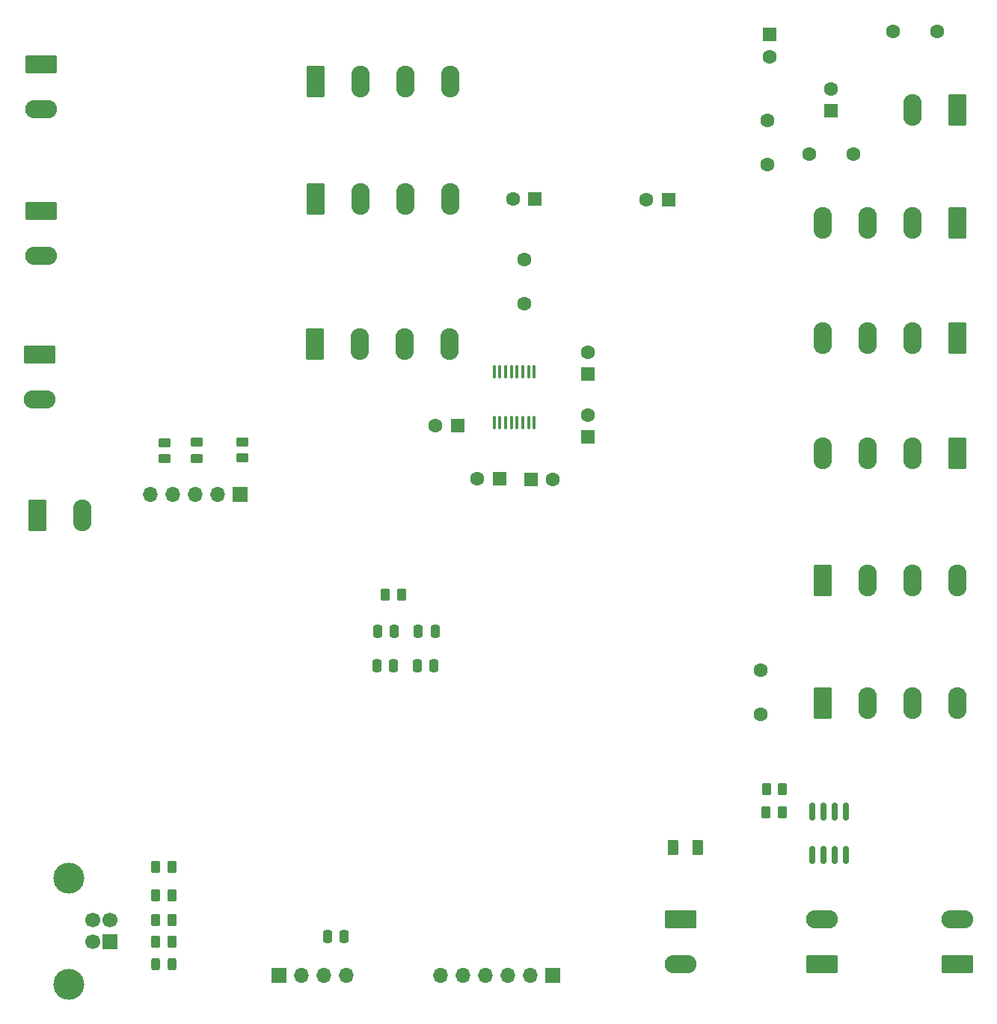
<source format=gbr>
%TF.GenerationSoftware,KiCad,Pcbnew,(6.0.8)*%
%TF.CreationDate,2022-10-21T20:54:02+03:00*%
%TF.ProjectId,commboard,636f6d6d-626f-4617-9264-2e6b69636164,rev?*%
%TF.SameCoordinates,Original*%
%TF.FileFunction,Soldermask,Bot*%
%TF.FilePolarity,Negative*%
%FSLAX46Y46*%
G04 Gerber Fmt 4.6, Leading zero omitted, Abs format (unit mm)*
G04 Created by KiCad (PCBNEW (6.0.8)) date 2022-10-21 20:54:02*
%MOMM*%
%LPD*%
G01*
G04 APERTURE LIST*
G04 Aperture macros list*
%AMRoundRect*
0 Rectangle with rounded corners*
0 $1 Rounding radius*
0 $2 $3 $4 $5 $6 $7 $8 $9 X,Y pos of 4 corners*
0 Add a 4 corners polygon primitive as box body*
4,1,4,$2,$3,$4,$5,$6,$7,$8,$9,$2,$3,0*
0 Add four circle primitives for the rounded corners*
1,1,$1+$1,$2,$3*
1,1,$1+$1,$4,$5*
1,1,$1+$1,$6,$7*
1,1,$1+$1,$8,$9*
0 Add four rect primitives between the rounded corners*
20,1,$1+$1,$2,$3,$4,$5,0*
20,1,$1+$1,$4,$5,$6,$7,0*
20,1,$1+$1,$6,$7,$8,$9,0*
20,1,$1+$1,$8,$9,$2,$3,0*%
G04 Aperture macros list end*
%ADD10RoundRect,0.249999X-1.550001X0.790001X-1.550001X-0.790001X1.550001X-0.790001X1.550001X0.790001X0*%
%ADD11O,3.600000X2.080000*%
%ADD12R,1.600000X1.600000*%
%ADD13C,1.600000*%
%ADD14RoundRect,0.249999X0.790001X1.550001X-0.790001X1.550001X-0.790001X-1.550001X0.790001X-1.550001X0*%
%ADD15O,2.080000X3.600000*%
%ADD16RoundRect,0.249999X1.550001X-0.790001X1.550001X0.790001X-1.550001X0.790001X-1.550001X-0.790001X0*%
%ADD17RoundRect,0.249999X-0.790001X-1.550001X0.790001X-1.550001X0.790001X1.550001X-0.790001X1.550001X0*%
%ADD18R,1.700000X1.700000*%
%ADD19O,1.700000X1.700000*%
%ADD20C,1.700000*%
%ADD21C,3.500000*%
%ADD22RoundRect,0.250000X-0.250000X-0.475000X0.250000X-0.475000X0.250000X0.475000X-0.250000X0.475000X0*%
%ADD23RoundRect,0.250000X-0.262500X-0.450000X0.262500X-0.450000X0.262500X0.450000X-0.262500X0.450000X0*%
%ADD24RoundRect,0.250000X-0.450000X0.262500X-0.450000X-0.262500X0.450000X-0.262500X0.450000X0.262500X0*%
%ADD25RoundRect,0.250000X0.450000X-0.262500X0.450000X0.262500X-0.450000X0.262500X-0.450000X-0.262500X0*%
%ADD26RoundRect,0.150000X-0.150000X0.825000X-0.150000X-0.825000X0.150000X-0.825000X0.150000X0.825000X0*%
%ADD27RoundRect,0.250000X0.262500X0.450000X-0.262500X0.450000X-0.262500X-0.450000X0.262500X-0.450000X0*%
%ADD28RoundRect,0.250000X0.250000X0.475000X-0.250000X0.475000X-0.250000X-0.475000X0.250000X-0.475000X0*%
%ADD29RoundRect,0.250000X-0.375000X-0.625000X0.375000X-0.625000X0.375000X0.625000X-0.375000X0.625000X0*%
%ADD30RoundRect,0.100000X0.100000X-0.637500X0.100000X0.637500X-0.100000X0.637500X-0.100000X-0.637500X0*%
%ADD31RoundRect,0.243750X-0.243750X-0.456250X0.243750X-0.456250X0.243750X0.456250X-0.243750X0.456250X0*%
G04 APERTURE END LIST*
D10*
%TO.C,J901*%
X49230000Y-51318750D03*
D11*
X49230000Y-56398750D03*
%TD*%
D12*
%TO.C,C504*%
X131700000Y-47994888D03*
D13*
X131700000Y-50494888D03*
%TD*%
D14*
%TO.C,J401*%
X152910000Y-69318750D03*
D15*
X147830000Y-69318750D03*
X142750000Y-69318750D03*
X137670000Y-69318750D03*
%TD*%
D16*
%TO.C,J108*%
X137600000Y-153240000D03*
D11*
X137600000Y-148160000D03*
%TD*%
D12*
%TO.C,C702*%
X111055000Y-93543750D03*
D13*
X111055000Y-91043750D03*
%TD*%
D12*
%TO.C,C113*%
X105090000Y-66557500D03*
D13*
X102590000Y-66557500D03*
%TD*%
%TO.C,C107*%
X130630000Y-119918750D03*
X130630000Y-124918750D03*
%TD*%
D14*
%TO.C,J201*%
X152930000Y-95418750D03*
D15*
X147850000Y-95418750D03*
X142770000Y-95418750D03*
X137690000Y-95418750D03*
%TD*%
D12*
%TO.C,C701*%
X104649887Y-98343750D03*
D13*
X107149887Y-98343750D03*
%TD*%
D17*
%TO.C,J101*%
X137710000Y-123663750D03*
D15*
X142790000Y-123663750D03*
X147870000Y-123663750D03*
X152950000Y-123663750D03*
%TD*%
D10*
%TO.C,J1001*%
X49030000Y-84218750D03*
D11*
X49030000Y-89298750D03*
%TD*%
D12*
%TO.C,C705*%
X111055000Y-86443750D03*
D13*
X111055000Y-83943750D03*
%TD*%
D12*
%TO.C,C704*%
X96360112Y-92243750D03*
D13*
X93860112Y-92243750D03*
%TD*%
D18*
%TO.C,J112*%
X107100000Y-154500000D03*
D19*
X104560000Y-154500000D03*
X102020000Y-154500000D03*
X99480000Y-154500000D03*
X96940000Y-154500000D03*
X94400000Y-154500000D03*
%TD*%
D17*
%TO.C,J103*%
X137710000Y-109741250D03*
D15*
X142790000Y-109741250D03*
X147870000Y-109741250D03*
X152950000Y-109741250D03*
%TD*%
D18*
%TO.C,J104*%
X76120000Y-154500000D03*
D19*
X78660000Y-154500000D03*
X81200000Y-154500000D03*
X83740000Y-154500000D03*
%TD*%
D18*
%TO.C,J111*%
X71740000Y-100000000D03*
D19*
X69200000Y-100000000D03*
X66660000Y-100000000D03*
X64120000Y-100000000D03*
X61580000Y-100000000D03*
%TD*%
D16*
%TO.C,J109*%
X152922500Y-153240000D03*
D11*
X152922500Y-148160000D03*
%TD*%
D10*
%TO.C,J801*%
X49240000Y-67926250D03*
D11*
X49240000Y-73006250D03*
%TD*%
D13*
%TO.C,C116*%
X103930000Y-78418750D03*
X103930000Y-73418750D03*
%TD*%
%TO.C,C506*%
X131430000Y-62718750D03*
X131430000Y-57718750D03*
%TD*%
%TO.C,C501*%
X150630000Y-47618750D03*
X145630000Y-47618750D03*
%TD*%
D17*
%TO.C,J102*%
X48760000Y-102422500D03*
D15*
X53840000Y-102422500D03*
%TD*%
D17*
%TO.C,J110*%
X80210000Y-83041250D03*
D15*
X85290000Y-83041250D03*
X90370000Y-83041250D03*
X95450000Y-83041250D03*
%TD*%
D17*
%TO.C,J106*%
X80270000Y-66557500D03*
D15*
X85350000Y-66557500D03*
X90430000Y-66557500D03*
X95510000Y-66557500D03*
%TD*%
D12*
%TO.C,C505*%
X120230000Y-66718750D03*
D13*
X117730000Y-66718750D03*
%TD*%
D10*
%TO.C,J107*%
X121577500Y-148160000D03*
D11*
X121577500Y-153240000D03*
%TD*%
D17*
%TO.C,J105*%
X80270000Y-53280000D03*
D15*
X85350000Y-53280000D03*
X90430000Y-53280000D03*
X95510000Y-53280000D03*
%TD*%
D14*
%TO.C,J301*%
X152930000Y-82374687D03*
D15*
X147850000Y-82374687D03*
X142770000Y-82374687D03*
X137690000Y-82374687D03*
%TD*%
D12*
%TO.C,C703*%
X101060112Y-98243750D03*
D13*
X98560112Y-98243750D03*
%TD*%
D18*
%TO.C,J601*%
X57000000Y-150700000D03*
D20*
X57000000Y-148200000D03*
X55000000Y-148200000D03*
X55000000Y-150700000D03*
D21*
X52290000Y-143430000D03*
X52290000Y-155470000D03*
%TD*%
D14*
%TO.C,J501*%
X152930000Y-56518750D03*
D15*
X147850000Y-56518750D03*
%TD*%
D12*
%TO.C,C502*%
X138630000Y-56623863D03*
D13*
X138630000Y-54123863D03*
%TD*%
%TO.C,C503*%
X141130000Y-61518750D03*
X136130000Y-61518750D03*
%TD*%
D22*
%TO.C,C103*%
X87280000Y-115518750D03*
X89180000Y-115518750D03*
%TD*%
D23*
%TO.C,R601*%
X62175000Y-150700000D03*
X64000000Y-150700000D03*
%TD*%
D24*
%TO.C,R116*%
X63140000Y-94187500D03*
X63140000Y-96012500D03*
%TD*%
%TO.C,R117*%
X66840000Y-94131250D03*
X66840000Y-95956250D03*
%TD*%
D25*
%TO.C,R118*%
X71940000Y-95900000D03*
X71940000Y-94075000D03*
%TD*%
D26*
%TO.C,U103*%
X136495000Y-135925000D03*
X137765000Y-135925000D03*
X139035000Y-135925000D03*
X140305000Y-135925000D03*
X140305000Y-140875000D03*
X139035000Y-140875000D03*
X137765000Y-140875000D03*
X136495000Y-140875000D03*
%TD*%
D27*
%TO.C,R103*%
X90000000Y-111400000D03*
X88175000Y-111400000D03*
%TD*%
%TO.C,R113*%
X133125000Y-133400000D03*
X131300000Y-133400000D03*
%TD*%
D28*
%TO.C,C101*%
X93780000Y-115518750D03*
X91880000Y-115518750D03*
%TD*%
D22*
%TO.C,C104*%
X87180000Y-119418750D03*
X89080000Y-119418750D03*
%TD*%
D27*
%TO.C,R112*%
X133100000Y-136000000D03*
X131275000Y-136000000D03*
%TD*%
D29*
%TO.C,F101*%
X120700000Y-140000000D03*
X123500000Y-140000000D03*
%TD*%
D28*
%TO.C,C106*%
X93680000Y-119418750D03*
X91780000Y-119418750D03*
%TD*%
D27*
%TO.C,R603*%
X64000000Y-148200000D03*
X62175000Y-148200000D03*
%TD*%
D30*
%TO.C,U701*%
X105030000Y-91906250D03*
X104380000Y-91906250D03*
X103730000Y-91906250D03*
X103080000Y-91906250D03*
X102430000Y-91906250D03*
X101780000Y-91906250D03*
X101130000Y-91906250D03*
X100480000Y-91906250D03*
X100480000Y-86181250D03*
X101130000Y-86181250D03*
X101780000Y-86181250D03*
X102430000Y-86181250D03*
X103080000Y-86181250D03*
X103730000Y-86181250D03*
X104380000Y-86181250D03*
X105030000Y-86181250D03*
%TD*%
D27*
%TO.C,R604*%
X64000000Y-145400000D03*
X62175000Y-145400000D03*
%TD*%
%TO.C,R602*%
X63987500Y-142200000D03*
X62162500Y-142200000D03*
%TD*%
D22*
%TO.C,C109*%
X81600000Y-150100000D03*
X83500000Y-150100000D03*
%TD*%
D31*
%TO.C,D601*%
X62125000Y-153200000D03*
X64000000Y-153200000D03*
%TD*%
M02*

</source>
